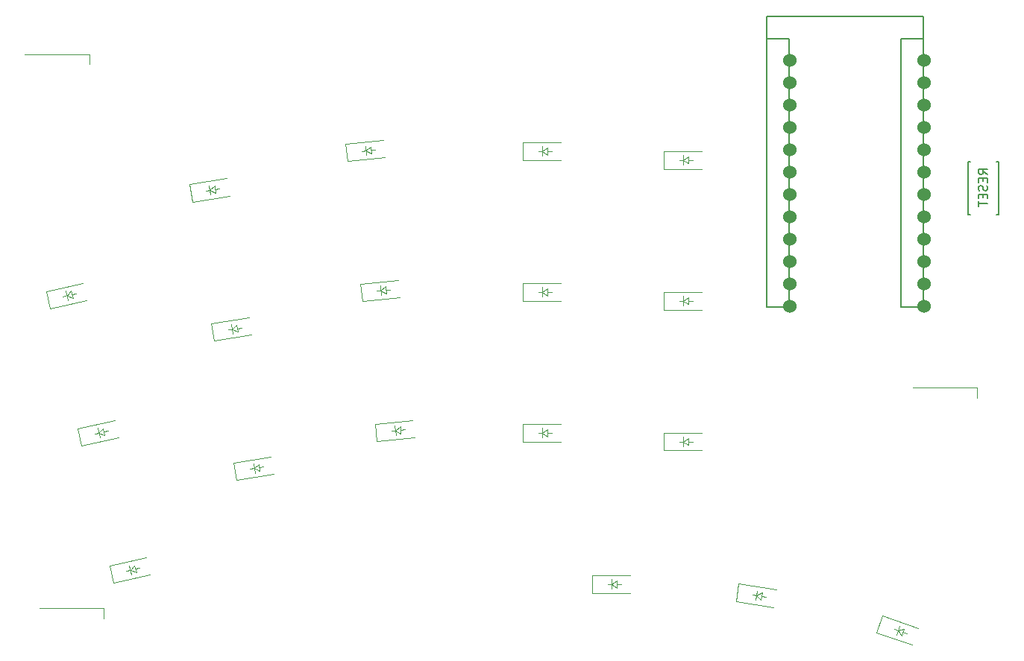
<source format=gbr>
%TF.GenerationSoftware,KiCad,Pcbnew,(5.99.0-11661-g1332208ab1)*%
%TF.CreationDate,2021-08-23T15:05:43-04:00*%
%TF.ProjectId,tapir36,74617069-7233-4362-9e6b-696361645f70,rev?*%
%TF.SameCoordinates,Original*%
%TF.FileFunction,Legend,Bot*%
%TF.FilePolarity,Positive*%
%FSLAX46Y46*%
G04 Gerber Fmt 4.6, Leading zero omitted, Abs format (unit mm)*
G04 Created by KiCad (PCBNEW (5.99.0-11661-g1332208ab1)) date 2021-08-23 15:05:43*
%MOMM*%
%LPD*%
G01*
G04 APERTURE LIST*
%ADD10C,0.150000*%
%ADD11C,0.120000*%
%ADD12C,1.524000*%
G04 APERTURE END LIST*
D10*
%TO.C,RSW1*%
X221052380Y-70220619D02*
X220576190Y-69887285D01*
X221052380Y-69649190D02*
X220052380Y-69649190D01*
X220052380Y-70030142D01*
X220100000Y-70125380D01*
X220147619Y-70173000D01*
X220242857Y-70220619D01*
X220385714Y-70220619D01*
X220480952Y-70173000D01*
X220528571Y-70125380D01*
X220576190Y-70030142D01*
X220576190Y-69649190D01*
X220528571Y-70649190D02*
X220528571Y-70982523D01*
X221052380Y-71125380D02*
X221052380Y-70649190D01*
X220052380Y-70649190D01*
X220052380Y-71125380D01*
X221004761Y-71506333D02*
X221052380Y-71649190D01*
X221052380Y-71887285D01*
X221004761Y-71982523D01*
X220957142Y-72030142D01*
X220861904Y-72077761D01*
X220766666Y-72077761D01*
X220671428Y-72030142D01*
X220623809Y-71982523D01*
X220576190Y-71887285D01*
X220528571Y-71696809D01*
X220480952Y-71601571D01*
X220433333Y-71553952D01*
X220338095Y-71506333D01*
X220242857Y-71506333D01*
X220147619Y-71553952D01*
X220100000Y-71601571D01*
X220052380Y-71696809D01*
X220052380Y-71934904D01*
X220100000Y-72077761D01*
X220528571Y-72506333D02*
X220528571Y-72839666D01*
X221052380Y-72982523D02*
X221052380Y-72506333D01*
X220052380Y-72506333D01*
X220052380Y-72982523D01*
X220052380Y-73268238D02*
X220052380Y-73839666D01*
X221052380Y-73553952D02*
X220052380Y-73553952D01*
%TO.C,U2*%
X213804279Y-54814254D02*
X213804279Y-85294254D01*
X198564279Y-54814254D02*
X198564279Y-85294254D01*
X196024279Y-85294254D02*
X196024279Y-54814254D01*
X213804279Y-85294254D02*
X211264279Y-85294254D01*
X211264279Y-54814254D02*
X213804279Y-54814254D01*
X213804279Y-52274254D02*
X213804279Y-85294254D01*
X196024279Y-54814254D02*
X198564279Y-54814254D01*
X196024279Y-52274254D02*
X213804279Y-52274254D01*
X196024279Y-85294254D02*
X196024279Y-52274254D01*
X211264279Y-85294254D02*
X211264279Y-54814254D01*
X198564279Y-85294254D02*
X196024279Y-85294254D01*
%TO.C,RSW1*%
X222350000Y-68800000D02*
X222350000Y-74800000D01*
X222100000Y-68800000D02*
X222350000Y-68800000D01*
X218850000Y-74800000D02*
X218850000Y-68800000D01*
X218850000Y-68800000D02*
X219100000Y-68800000D01*
X219100000Y-74800000D02*
X218850000Y-74800000D01*
X222350000Y-74800000D02*
X222100000Y-74800000D01*
D11*
%TO.C,D19*%
X212589569Y-94464958D02*
X219889569Y-94464958D01*
X219889569Y-94464958D02*
X219889569Y-95614958D01*
%TO.C,D20*%
X111789999Y-56564956D02*
X119089999Y-56564956D01*
X119089999Y-56564956D02*
X119089999Y-57714956D01*
%TO.C,D21*%
X120770000Y-119510000D02*
X120770000Y-120660000D01*
X113470000Y-119510000D02*
X120770000Y-119510000D01*
%TO.C,D1*%
X114625431Y-85467016D02*
X114175529Y-83518276D01*
X117218697Y-84252531D02*
X117038736Y-83473035D01*
X116592813Y-83986506D02*
X116105628Y-84098982D01*
X116544094Y-83997754D02*
X117218697Y-84252531D01*
X118815223Y-84499727D02*
X114625431Y-85467016D01*
X116544094Y-83997754D02*
X117038736Y-83473035D01*
X117128717Y-83862783D02*
X117615902Y-83750308D01*
X114175529Y-83518276D02*
X118365321Y-82550987D01*
X116667818Y-84533657D02*
X116420371Y-83461850D01*
%TO.C,D2*%
X118224647Y-101056937D02*
X117774745Y-99108197D01*
X120143310Y-99587675D02*
X120637952Y-99062956D01*
X120267034Y-100123578D02*
X120019587Y-99051771D01*
X117774745Y-99108197D02*
X121964537Y-98140908D01*
X120727933Y-99452704D02*
X121215118Y-99340229D01*
X122414439Y-100089648D02*
X118224647Y-101056937D01*
X120143310Y-99587675D02*
X120817913Y-99842452D01*
X120192029Y-99576427D02*
X119704844Y-99688903D01*
X120817913Y-99842452D02*
X120637952Y-99062956D01*
%TO.C,D3*%
X123866249Y-115713497D02*
X123618802Y-114641690D01*
X126013654Y-115679567D02*
X121823862Y-116646856D01*
X123742525Y-115177594D02*
X124417128Y-115432371D01*
X121373960Y-114698116D02*
X125563752Y-113730827D01*
X123791244Y-115166346D02*
X123304059Y-115278822D01*
X123742525Y-115177594D02*
X124237167Y-114652875D01*
X121823862Y-116646856D02*
X121373960Y-114698116D01*
X124417128Y-115432371D02*
X124237167Y-114652875D01*
X124327148Y-115042623D02*
X124814333Y-114930148D01*
%TO.C,D4*%
X132839329Y-72000014D02*
X132345485Y-72078232D01*
X132789945Y-72007836D02*
X133445132Y-72309051D01*
X130460596Y-71364304D02*
X134707656Y-70691635D01*
X132875984Y-72551065D02*
X132703906Y-71464607D01*
X130773465Y-73339680D02*
X130460596Y-71364304D01*
X132789945Y-72007836D02*
X133319984Y-71518900D01*
X133382558Y-71913975D02*
X133876402Y-71835758D01*
X133445132Y-72309051D02*
X133319984Y-71518900D01*
X135020525Y-72667012D02*
X130773465Y-73339680D01*
%TO.C,D5*%
X135342283Y-87803030D02*
X134848439Y-87881248D01*
X133276419Y-89142696D02*
X132963550Y-87167320D01*
X135292899Y-87810852D02*
X135948086Y-88112067D01*
X135378938Y-88354081D02*
X135206860Y-87267623D01*
X135292899Y-87810852D02*
X135822938Y-87321916D01*
X132963550Y-87167320D02*
X137210610Y-86494651D01*
X135885512Y-87716991D02*
X136379356Y-87638774D01*
X135948086Y-88112067D02*
X135822938Y-87321916D01*
X137523479Y-88470028D02*
X133276419Y-89142696D01*
%TO.C,D6*%
X137795848Y-103613866D02*
X138325887Y-103124930D01*
X140026428Y-104273042D02*
X135779368Y-104945710D01*
X135466499Y-102970334D02*
X139713559Y-102297665D01*
X137881887Y-104157095D02*
X137709809Y-103070637D01*
X135779368Y-104945710D02*
X135466499Y-102970334D01*
X138388461Y-103520005D02*
X138882305Y-103441788D01*
X137845232Y-103606044D02*
X137351388Y-103684262D01*
X137795848Y-103613866D02*
X138451035Y-103915081D01*
X138451035Y-103915081D02*
X138325887Y-103124930D01*
%TO.C,D7*%
X150486024Y-67519270D02*
X151040926Y-67058744D01*
X150543515Y-68066257D02*
X150428534Y-66972283D01*
X150535750Y-67514044D02*
X150038489Y-67566308D01*
X151082737Y-67456553D02*
X151579998Y-67404289D01*
X148193548Y-66754711D02*
X152469992Y-66305238D01*
X151124549Y-67854362D02*
X151040926Y-67058744D01*
X150486024Y-67519270D02*
X151124549Y-67854362D01*
X148402605Y-68743754D02*
X148193548Y-66754711D01*
X152679049Y-68294282D02*
X148402605Y-68743754D01*
%TO.C,D8*%
X154351505Y-84206631D02*
X150075061Y-84656103D01*
X152158480Y-83431619D02*
X152713382Y-82971093D01*
X152797005Y-83766711D02*
X152713382Y-82971093D01*
X152215971Y-83978606D02*
X152100990Y-82884632D01*
X150075061Y-84656103D02*
X149866004Y-82667060D01*
X152755193Y-83368902D02*
X153252454Y-83316638D01*
X152158480Y-83431619D02*
X152797005Y-83766711D01*
X149866004Y-82667060D02*
X154142448Y-82217587D01*
X152208206Y-83426393D02*
X151710945Y-83478657D01*
%TO.C,D9*%
X151747516Y-100568453D02*
X151538459Y-98579410D01*
X153880661Y-99338743D02*
X153383400Y-99391007D01*
X154469460Y-99679061D02*
X154385837Y-98883443D01*
X153830935Y-99343969D02*
X154469460Y-99679061D01*
X156023960Y-100118981D02*
X151747516Y-100568453D01*
X151538459Y-98579410D02*
X155814903Y-98129937D01*
X154427648Y-99281252D02*
X154924909Y-99228988D01*
X153830935Y-99343969D02*
X154385837Y-98883443D01*
X153888426Y-99890956D02*
X153773445Y-98796982D01*
%TO.C,D11*%
X168302606Y-66599286D02*
X172602606Y-66599286D01*
X171102606Y-67599286D02*
X171602606Y-67599286D01*
X168302606Y-68599286D02*
X168302606Y-66599286D01*
X170502606Y-67599286D02*
X171102606Y-67999286D01*
X172602606Y-68599286D02*
X168302606Y-68599286D01*
X171102606Y-67999286D02*
X171102606Y-67199286D01*
X170502606Y-67599286D02*
X171102606Y-67199286D01*
X170502606Y-68149286D02*
X170502606Y-67049286D01*
X170552606Y-67599286D02*
X170052606Y-67599286D01*
%TO.C,D12*%
X171102604Y-83599285D02*
X171602604Y-83599285D01*
X170502604Y-83599285D02*
X171102604Y-83199285D01*
X170552604Y-83599285D02*
X170052604Y-83599285D01*
X168302604Y-82599285D02*
X172602604Y-82599285D01*
X170502604Y-84149285D02*
X170502604Y-83049285D01*
X171102604Y-83999285D02*
X171102604Y-83199285D01*
X168302604Y-84599285D02*
X168302604Y-82599285D01*
X172602604Y-84599285D02*
X168302604Y-84599285D01*
X170502604Y-83599285D02*
X171102604Y-83999285D01*
%TO.C,D13*%
X170502604Y-99599285D02*
X171102604Y-99199285D01*
X168302604Y-98599285D02*
X172602604Y-98599285D01*
X171102604Y-99599285D02*
X171602604Y-99599285D01*
X170502604Y-100149285D02*
X170502604Y-99049285D01*
X172602604Y-100599285D02*
X168302604Y-100599285D01*
X168302604Y-100599285D02*
X168302604Y-98599285D01*
X170502604Y-99599285D02*
X171102604Y-99999285D01*
X171102604Y-99999285D02*
X171102604Y-99199285D01*
X170552604Y-99599285D02*
X170052604Y-99599285D01*
%TO.C,D16*%
X186502604Y-84599285D02*
X187102604Y-84999285D01*
X186552604Y-84599285D02*
X186052604Y-84599285D01*
X187102604Y-84599285D02*
X187602604Y-84599285D01*
X184302604Y-85599285D02*
X184302604Y-83599285D01*
X186502604Y-85149285D02*
X186502604Y-84049285D01*
X188602604Y-85599285D02*
X184302604Y-85599285D01*
X184302604Y-83599285D02*
X188602604Y-83599285D01*
X186502604Y-84599285D02*
X187102604Y-84199285D01*
X187102604Y-84999285D02*
X187102604Y-84199285D01*
%TO.C,D17*%
X186502604Y-100599287D02*
X187102604Y-100199287D01*
X186502604Y-101149287D02*
X186502604Y-100049287D01*
X184302604Y-101599287D02*
X184302604Y-99599287D01*
X187102604Y-100599287D02*
X187602604Y-100599287D01*
X188602604Y-101599287D02*
X184302604Y-101599287D01*
X187102604Y-100999287D02*
X187102604Y-100199287D01*
X186502604Y-100599287D02*
X187102604Y-100999287D01*
X186552604Y-100599287D02*
X186052604Y-100599287D01*
X184302604Y-99599287D02*
X188602604Y-99599287D01*
%TO.C,D15*%
X188602605Y-69599286D02*
X184302605Y-69599286D01*
X187102605Y-68599286D02*
X187602605Y-68599286D01*
X186502605Y-69149286D02*
X186502605Y-68049286D01*
X187102605Y-68999286D02*
X187102605Y-68199286D01*
X184302605Y-69599286D02*
X184302605Y-67599286D01*
X184302605Y-67599286D02*
X188602605Y-67599286D01*
X186502605Y-68599286D02*
X187102605Y-68199286D01*
X186502605Y-68599286D02*
X187102605Y-68999286D01*
X186552605Y-68599286D02*
X186052605Y-68599286D01*
%TO.C,D18*%
X210925049Y-122056778D02*
X210452290Y-121893993D01*
X211445085Y-122235840D02*
X211917844Y-122398624D01*
X209123201Y-120378731D02*
X213188931Y-121778674D01*
X210698711Y-122560534D02*
X211056836Y-121520464D01*
X212537794Y-123669711D02*
X208472064Y-122269768D01*
X211314857Y-122614047D02*
X211575312Y-121857633D01*
X210877773Y-122040499D02*
X211314857Y-122614047D01*
X208472064Y-122269768D02*
X209123201Y-120378731D01*
X210877773Y-122040499D02*
X211575312Y-121857633D01*
%TO.C,D14*%
X192499719Y-118715602D02*
X192812588Y-116740226D01*
X196746779Y-119388271D02*
X192499719Y-118715602D01*
X195359107Y-118561006D02*
X195484255Y-117770855D01*
X194743029Y-118615299D02*
X194915107Y-117528841D01*
X194878452Y-118079892D02*
X194384608Y-118001674D01*
X194829068Y-118072070D02*
X195484255Y-117770855D01*
X194829068Y-118072070D02*
X195359107Y-118561006D01*
X192812588Y-116740226D02*
X197059648Y-117412894D01*
X195421681Y-118165931D02*
X195915525Y-118244148D01*
%TO.C,D10*%
X178417254Y-117337017D02*
X178417254Y-116237017D01*
X178467254Y-116787017D02*
X177967254Y-116787017D01*
X176217254Y-117787017D02*
X176217254Y-115787017D01*
X176217254Y-115787017D02*
X180517254Y-115787017D01*
X180517254Y-117787017D02*
X176217254Y-117787017D01*
X178417254Y-116787017D02*
X179017254Y-116387017D01*
X178417254Y-116787017D02*
X179017254Y-117187017D01*
X179017254Y-116787017D02*
X179517254Y-116787017D01*
X179017254Y-117187017D02*
X179017254Y-116387017D01*
%TD*%
D12*
%TO.C,U2*%
X213833094Y-57279999D03*
X213833094Y-59819999D03*
X213833094Y-62359999D03*
X213833094Y-64899999D03*
X213833094Y-67439999D03*
X213833094Y-69979999D03*
X213833094Y-72519999D03*
X213833094Y-75059999D03*
X213833094Y-77599999D03*
X213833094Y-80139999D03*
X213833094Y-82679999D03*
X213833094Y-85219999D03*
X198593094Y-85219999D03*
X198593094Y-82679999D03*
X198593094Y-80139999D03*
X198593094Y-77599999D03*
X198593094Y-75059999D03*
X198593094Y-72519999D03*
X198593094Y-69979999D03*
X198593094Y-67439999D03*
X198593094Y-64899999D03*
X198593094Y-62359999D03*
X198593094Y-59819999D03*
X198593094Y-57279999D03*
%TD*%
M02*

</source>
